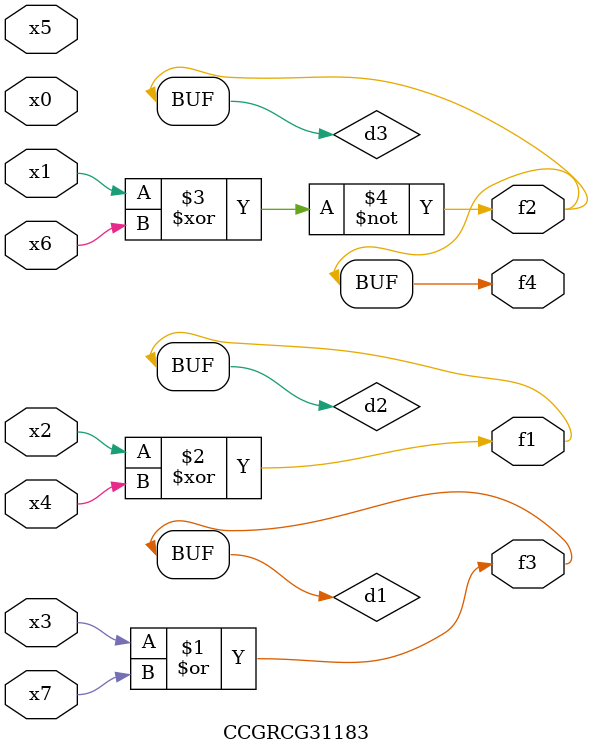
<source format=v>
module CCGRCG31183(
	input x0, x1, x2, x3, x4, x5, x6, x7,
	output f1, f2, f3, f4
);

	wire d1, d2, d3;

	or (d1, x3, x7);
	xor (d2, x2, x4);
	xnor (d3, x1, x6);
	assign f1 = d2;
	assign f2 = d3;
	assign f3 = d1;
	assign f4 = d3;
endmodule

</source>
